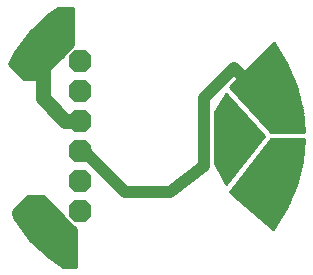
<source format=gbl>
G75*
%MOIN*%
%OFA0B0*%
%FSLAX25Y25*%
%IPPOS*%
%LPD*%
%AMOC8*
5,1,8,0,0,1.08239X$1,22.5*
%
%ADD10OC8,0.07600*%
%ADD11C,0.10000*%
%ADD12C,0.01000*%
%ADD13OC8,0.03762*%
%ADD14C,0.05000*%
%ADD15C,0.04000*%
D10*
X0034300Y0031800D03*
X0034300Y0041800D03*
X0034300Y0051800D03*
X0034300Y0061800D03*
X0034300Y0071800D03*
X0034300Y0081800D03*
D11*
X0024300Y0090550D03*
X0088050Y0056800D03*
X0101800Y0065550D03*
X0101800Y0046800D03*
X0024300Y0023050D03*
D12*
X0019723Y0020269D02*
X0033050Y0020269D01*
X0033050Y0021267D02*
X0018683Y0021267D01*
X0017728Y0022185D02*
X0012681Y0028901D01*
X0011800Y0030580D01*
X0011800Y0031800D01*
X0016800Y0036800D01*
X0021800Y0036800D01*
X0028800Y0029800D01*
X0028800Y0029522D01*
X0032022Y0026300D01*
X0032300Y0026300D01*
X0033050Y0025550D01*
X0033050Y0013050D01*
X0028590Y0013050D01*
X0023786Y0016366D01*
X0017728Y0022185D01*
X0017667Y0022266D02*
X0033050Y0022266D01*
X0033050Y0023264D02*
X0016917Y0023264D01*
X0016166Y0024263D02*
X0033050Y0024263D01*
X0033050Y0025261D02*
X0015416Y0025261D01*
X0014666Y0026260D02*
X0032340Y0026260D01*
X0031064Y0027258D02*
X0013915Y0027258D01*
X0013165Y0028257D02*
X0030065Y0028257D01*
X0029066Y0029255D02*
X0012495Y0029255D01*
X0011971Y0030254D02*
X0028346Y0030254D01*
X0027348Y0031252D02*
X0011800Y0031252D01*
X0012251Y0032251D02*
X0026349Y0032251D01*
X0025351Y0033249D02*
X0013249Y0033249D01*
X0014248Y0034248D02*
X0024352Y0034248D01*
X0023354Y0035246D02*
X0015246Y0035246D01*
X0016245Y0036245D02*
X0022355Y0036245D01*
X0020762Y0019270D02*
X0033050Y0019270D01*
X0033050Y0018272D02*
X0021802Y0018272D01*
X0022841Y0017273D02*
X0033050Y0017273D01*
X0033050Y0016275D02*
X0023918Y0016275D01*
X0025365Y0015276D02*
X0033050Y0015276D01*
X0033050Y0014278D02*
X0026811Y0014278D01*
X0028258Y0013279D02*
X0033050Y0013279D01*
X0083050Y0040550D02*
X0079250Y0047607D01*
X0079250Y0064579D01*
X0083050Y0070550D01*
X0095550Y0056800D01*
X0083050Y0040550D01*
X0082680Y0041237D02*
X0083579Y0041237D01*
X0084347Y0042236D02*
X0082142Y0042236D01*
X0081605Y0043234D02*
X0085115Y0043234D01*
X0085883Y0044233D02*
X0081067Y0044233D01*
X0080529Y0045232D02*
X0086651Y0045232D01*
X0087419Y0046230D02*
X0079992Y0046230D01*
X0079454Y0047229D02*
X0088187Y0047229D01*
X0088955Y0048227D02*
X0079250Y0048227D01*
X0079250Y0049226D02*
X0089724Y0049226D01*
X0090492Y0050224D02*
X0079250Y0050224D01*
X0079250Y0051223D02*
X0091260Y0051223D01*
X0092028Y0052221D02*
X0079250Y0052221D01*
X0079250Y0053220D02*
X0092796Y0053220D01*
X0093564Y0054218D02*
X0079250Y0054218D01*
X0079250Y0055217D02*
X0094332Y0055217D01*
X0095100Y0056215D02*
X0079250Y0056215D01*
X0079250Y0057214D02*
X0095174Y0057214D01*
X0094266Y0058212D02*
X0079250Y0058212D01*
X0079250Y0059211D02*
X0093358Y0059211D01*
X0092451Y0060209D02*
X0079250Y0060209D01*
X0079250Y0061208D02*
X0091543Y0061208D01*
X0090635Y0062206D02*
X0079250Y0062206D01*
X0079250Y0063205D02*
X0089728Y0063205D01*
X0088820Y0064203D02*
X0079250Y0064203D01*
X0079647Y0065202D02*
X0087912Y0065202D01*
X0087004Y0066200D02*
X0080282Y0066200D01*
X0080917Y0067199D02*
X0086097Y0067199D01*
X0085189Y0068197D02*
X0081553Y0068197D01*
X0082188Y0069196D02*
X0084281Y0069196D01*
X0083373Y0070194D02*
X0082824Y0070194D01*
X0085087Y0072191D02*
X0106594Y0072191D01*
X0106840Y0071193D02*
X0086002Y0071193D01*
X0086918Y0070194D02*
X0107087Y0070194D01*
X0107333Y0069196D02*
X0087833Y0069196D01*
X0088748Y0068197D02*
X0107579Y0068197D01*
X0107825Y0067199D02*
X0089664Y0067199D01*
X0090579Y0066200D02*
X0108071Y0066200D01*
X0108317Y0065202D02*
X0091494Y0065202D01*
X0092410Y0064203D02*
X0108402Y0064203D01*
X0108324Y0065173D02*
X0108899Y0058050D01*
X0098050Y0058050D01*
X0084300Y0073050D01*
X0098871Y0087621D01*
X0103021Y0081059D01*
X0106314Y0073330D01*
X0108324Y0065173D01*
X0108483Y0063205D02*
X0093325Y0063205D01*
X0094240Y0062206D02*
X0108564Y0062206D01*
X0108644Y0061208D02*
X0095155Y0061208D01*
X0096071Y0060209D02*
X0108725Y0060209D01*
X0108805Y0059211D02*
X0096986Y0059211D01*
X0097901Y0058212D02*
X0108886Y0058212D01*
X0108899Y0055550D02*
X0108324Y0048427D01*
X0106314Y0040270D01*
X0103021Y0032541D01*
X0098699Y0025708D01*
X0084300Y0038050D01*
X0098050Y0055550D01*
X0108899Y0055550D01*
X0108872Y0055217D02*
X0097788Y0055217D01*
X0097004Y0054218D02*
X0108792Y0054218D01*
X0108711Y0053220D02*
X0096219Y0053220D01*
X0095434Y0052221D02*
X0108630Y0052221D01*
X0108550Y0051223D02*
X0094650Y0051223D01*
X0093865Y0050224D02*
X0108469Y0050224D01*
X0108389Y0049226D02*
X0093081Y0049226D01*
X0092296Y0048227D02*
X0108275Y0048227D01*
X0108324Y0048427D02*
X0108324Y0048427D01*
X0108029Y0047229D02*
X0091512Y0047229D01*
X0090727Y0046230D02*
X0107783Y0046230D01*
X0107537Y0045232D02*
X0089943Y0045232D01*
X0089158Y0044233D02*
X0107290Y0044233D01*
X0107044Y0043234D02*
X0088374Y0043234D01*
X0087589Y0042236D02*
X0106798Y0042236D01*
X0106552Y0041237D02*
X0086804Y0041237D01*
X0086020Y0040239D02*
X0106300Y0040239D01*
X0105875Y0039240D02*
X0085235Y0039240D01*
X0084451Y0038242D02*
X0105450Y0038242D01*
X0105024Y0037243D02*
X0085241Y0037243D01*
X0086406Y0036245D02*
X0104599Y0036245D01*
X0104173Y0035246D02*
X0087571Y0035246D01*
X0088736Y0034248D02*
X0103748Y0034248D01*
X0103322Y0033249D02*
X0089901Y0033249D01*
X0091066Y0032251D02*
X0102837Y0032251D01*
X0102206Y0031252D02*
X0092231Y0031252D01*
X0093396Y0030254D02*
X0101574Y0030254D01*
X0100943Y0029255D02*
X0094560Y0029255D01*
X0095725Y0028257D02*
X0100311Y0028257D01*
X0099680Y0027258D02*
X0096890Y0027258D01*
X0098055Y0026260D02*
X0099049Y0026260D01*
X0106348Y0073190D02*
X0084440Y0073190D01*
X0085438Y0074188D02*
X0105948Y0074188D01*
X0106314Y0073330D02*
X0106314Y0073330D01*
X0105522Y0075187D02*
X0086437Y0075187D01*
X0087435Y0076185D02*
X0105097Y0076185D01*
X0104672Y0077184D02*
X0088434Y0077184D01*
X0089432Y0078182D02*
X0104246Y0078182D01*
X0103821Y0079181D02*
X0090431Y0079181D01*
X0091429Y0080179D02*
X0103395Y0080179D01*
X0102945Y0081178D02*
X0092428Y0081178D01*
X0093426Y0082176D02*
X0102314Y0082176D01*
X0101682Y0083175D02*
X0094425Y0083175D01*
X0095423Y0084173D02*
X0101051Y0084173D01*
X0100420Y0085172D02*
X0096422Y0085172D01*
X0097420Y0086170D02*
X0099788Y0086170D01*
X0099157Y0087169D02*
X0098419Y0087169D01*
X0031800Y0087169D02*
X0014537Y0087169D01*
X0013787Y0086170D02*
X0030892Y0086170D01*
X0031800Y0087078D02*
X0028800Y0084078D01*
X0028800Y0083800D01*
X0020550Y0075550D01*
X0015550Y0075550D01*
X0010550Y0080550D01*
X0010550Y0080639D01*
X0012681Y0084699D01*
X0017728Y0091415D01*
X0023786Y0097234D01*
X0026779Y0099300D01*
X0031800Y0099300D01*
X0031800Y0087078D01*
X0031800Y0088168D02*
X0015287Y0088168D01*
X0016038Y0089166D02*
X0031800Y0089166D01*
X0031800Y0090165D02*
X0016788Y0090165D01*
X0017538Y0091163D02*
X0031800Y0091163D01*
X0031800Y0092162D02*
X0018505Y0092162D01*
X0019545Y0093160D02*
X0031800Y0093160D01*
X0031800Y0094159D02*
X0020584Y0094159D01*
X0021624Y0095157D02*
X0031800Y0095157D01*
X0031800Y0096156D02*
X0022663Y0096156D01*
X0023703Y0097154D02*
X0031800Y0097154D01*
X0031800Y0098153D02*
X0025117Y0098153D01*
X0026563Y0099151D02*
X0031800Y0099151D01*
X0029894Y0085172D02*
X0013036Y0085172D01*
X0012405Y0084173D02*
X0028895Y0084173D01*
X0028175Y0083175D02*
X0011881Y0083175D01*
X0011357Y0082176D02*
X0027176Y0082176D01*
X0026178Y0081178D02*
X0010833Y0081178D01*
X0010921Y0080179D02*
X0025179Y0080179D01*
X0024181Y0079181D02*
X0011919Y0079181D01*
X0012918Y0078182D02*
X0023182Y0078182D01*
X0022184Y0077184D02*
X0013916Y0077184D01*
X0014915Y0076185D02*
X0021185Y0076185D01*
D13*
X0023050Y0081800D03*
X0018050Y0085550D03*
X0030550Y0095550D03*
X0081800Y0061800D03*
X0084300Y0065550D03*
X0094300Y0070550D03*
X0100550Y0075550D03*
X0083050Y0050550D03*
X0086800Y0048050D03*
X0093050Y0043050D03*
X0099300Y0036800D03*
X0030550Y0018050D03*
X0018050Y0029300D03*
X0023050Y0031800D03*
D14*
X0034300Y0051800D02*
X0035550Y0051800D01*
X0034300Y0061800D02*
X0029300Y0061800D01*
X0021800Y0069300D01*
X0021800Y0080550D01*
X0023050Y0081800D01*
D15*
X0035550Y0051800D02*
X0049300Y0038050D01*
X0064300Y0038050D01*
X0075550Y0046800D01*
X0075550Y0069300D01*
X0085550Y0079300D01*
X0094300Y0070550D01*
M02*

</source>
